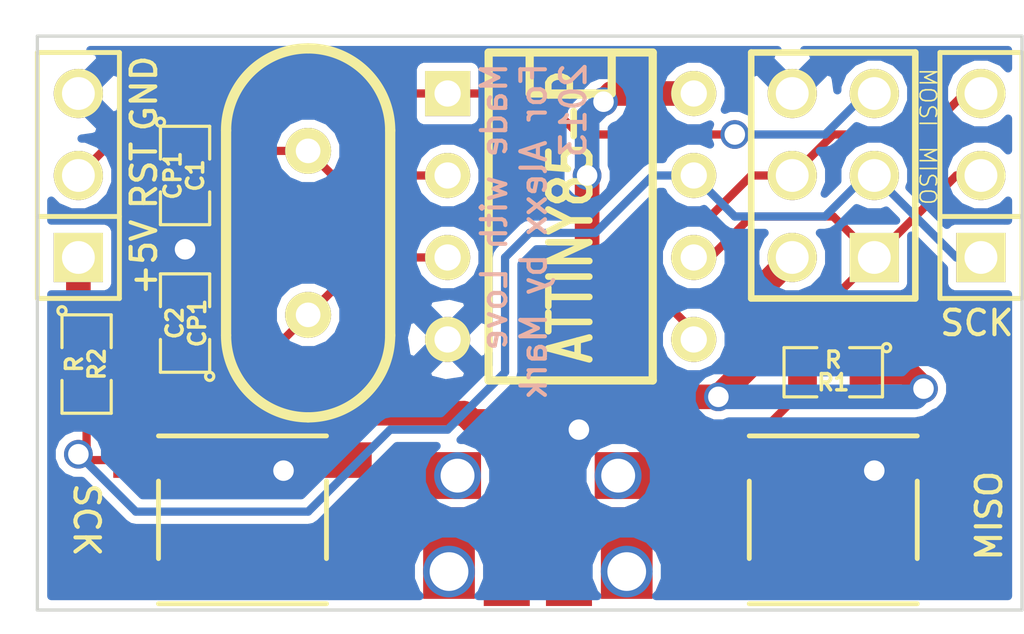
<source format=kicad_pcb>
(kicad_pcb (version 3) (host pcbnew "(2013-07-07 BZR 4022)-stable")

  (general
    (links 28)
    (no_connects 0)
    (area 207.8228 143.7894 240.456357 174.43704)
    (thickness 1.6)
    (drawings 13)
    (tracks 110)
    (zones 0)
    (modules 12)
    (nets 9)
  )

  (page A3)
  (layers
    (15 F.Cu signal)
    (0 B.Cu signal)
    (16 B.Adhes user)
    (17 F.Adhes user)
    (18 B.Paste user)
    (19 F.Paste user)
    (20 B.SilkS user)
    (21 F.SilkS user)
    (22 B.Mask user)
    (23 F.Mask user)
    (24 Dwgs.User user)
    (25 Cmts.User user)
    (26 Eco1.User user)
    (27 Eco2.User user)
    (28 Edge.Cuts user)
  )

  (setup
    (last_trace_width 0.254)
    (trace_clearance 0.254)
    (zone_clearance 0.254)
    (zone_45_only no)
    (trace_min 0.254)
    (segment_width 0.2)
    (edge_width 0.1)
    (via_size 0.889)
    (via_drill 0.635)
    (via_min_size 0.889)
    (via_min_drill 0.508)
    (uvia_size 0.508)
    (uvia_drill 0.127)
    (uvias_allowed no)
    (uvia_min_size 0.508)
    (uvia_min_drill 0.127)
    (pcb_text_width 0.127)
    (pcb_text_size 0.762 0.762)
    (mod_edge_width 0.15)
    (mod_text_size 1 1)
    (mod_text_width 0.15)
    (pad_size 1.5 1.5)
    (pad_drill 0.6)
    (pad_to_mask_clearance 0)
    (aux_axis_origin 0 0)
    (visible_elements 7FFFFFFF)
    (pcbplotparams
      (layerselection 284196865)
      (usegerberextensions true)
      (excludeedgelayer true)
      (linewidth 0.150000)
      (plotframeref false)
      (viasonmask false)
      (mode 1)
      (useauxorigin false)
      (hpglpennumber 1)
      (hpglpenspeed 20)
      (hpglpendiameter 15)
      (hpglpenoverlay 2)
      (psnegative false)
      (psa4output false)
      (plotreference true)
      (plotvalue true)
      (plotothertext true)
      (plotinvisibletext false)
      (padsonsilk false)
      (subtractmaskfromsilk false)
      (outputformat 1)
      (mirror false)
      (drillshape 0)
      (scaleselection 1)
      (outputdirectory C:/Users/Mark/Dropbox/Projects/PeaceLights/Hardware/ButtonBoard/Gerber/))
  )

  (net 0 "")
  (net 1 +5V)
  (net 2 /MISO)
  (net 3 /MOSI)
  (net 4 /RESET)
  (net 5 /SCK)
  (net 6 GND)
  (net 7 N-0000010)
  (net 8 N-0000011)

  (net_class Default "This is the default net class."
    (clearance 0.254)
    (trace_width 0.254)
    (via_dia 0.889)
    (via_drill 0.635)
    (uvia_dia 0.508)
    (uvia_drill 0.127)
    (add_net "")
    (add_net /MISO)
    (add_net /MOSI)
    (add_net /RESET)
    (add_net /SCK)
    (add_net N-0000010)
    (add_net N-0000011)
  )

  (net_class GND ""
    (clearance 0.254)
    (trace_width 0.381)
    (via_dia 0.889)
    (via_drill 0.635)
    (uvia_dia 0.508)
    (uvia_drill 0.127)
    (add_net GND)
  )

  (net_class POWER ""
    (clearance 0.254)
    (trace_width 0.762)
    (via_dia 0.889)
    (via_drill 0.635)
    (uvia_dia 0.508)
    (uvia_drill 0.127)
    (add_net +5V)
  )

  (module SM0805 (layer F.Cu) (tedit 5091495C) (tstamp 522EBB56)
    (at 214.122 149.86 270)
    (path /520C39AB)
    (attr smd)
    (fp_text reference C1 (at 0 -0.3175 270) (layer F.SilkS)
      (effects (font (size 0.50038 0.50038) (thickness 0.10922)))
    )
    (fp_text value CP1 (at 0 0.381 270) (layer F.SilkS)
      (effects (font (size 0.50038 0.50038) (thickness 0.10922)))
    )
    (fp_circle (center -1.651 0.762) (end -1.651 0.635) (layer F.SilkS) (width 0.09906))
    (fp_line (start -0.508 0.762) (end -1.524 0.762) (layer F.SilkS) (width 0.09906))
    (fp_line (start -1.524 0.762) (end -1.524 -0.762) (layer F.SilkS) (width 0.09906))
    (fp_line (start -1.524 -0.762) (end -0.508 -0.762) (layer F.SilkS) (width 0.09906))
    (fp_line (start 0.508 -0.762) (end 1.524 -0.762) (layer F.SilkS) (width 0.09906))
    (fp_line (start 1.524 -0.762) (end 1.524 0.762) (layer F.SilkS) (width 0.09906))
    (fp_line (start 1.524 0.762) (end 0.508 0.762) (layer F.SilkS) (width 0.09906))
    (pad 1 smd rect (at -0.9525 0 270) (size 0.889 1.397)
      (layers F.Cu F.Paste F.Mask)
      (net 8 N-0000011)
    )
    (pad 2 smd rect (at 0.9525 0 270) (size 0.889 1.397)
      (layers F.Cu F.Paste F.Mask)
      (net 6 GND)
    )
    (model smd/chip_cms.wrl
      (at (xyz 0 0 0))
      (scale (xyz 0.1 0.1 0.1))
      (rotate (xyz 0 0 0))
    )
  )

  (module SM0805 (layer F.Cu) (tedit 5091495C) (tstamp 522EBB63)
    (at 214.122 154.432 90)
    (path /520C39C9)
    (attr smd)
    (fp_text reference C2 (at 0 -0.3175 90) (layer F.SilkS)
      (effects (font (size 0.50038 0.50038) (thickness 0.10922)))
    )
    (fp_text value CP1 (at 0 0.381 90) (layer F.SilkS)
      (effects (font (size 0.50038 0.50038) (thickness 0.10922)))
    )
    (fp_circle (center -1.651 0.762) (end -1.651 0.635) (layer F.SilkS) (width 0.09906))
    (fp_line (start -0.508 0.762) (end -1.524 0.762) (layer F.SilkS) (width 0.09906))
    (fp_line (start -1.524 0.762) (end -1.524 -0.762) (layer F.SilkS) (width 0.09906))
    (fp_line (start -1.524 -0.762) (end -0.508 -0.762) (layer F.SilkS) (width 0.09906))
    (fp_line (start 0.508 -0.762) (end 1.524 -0.762) (layer F.SilkS) (width 0.09906))
    (fp_line (start 1.524 -0.762) (end 1.524 0.762) (layer F.SilkS) (width 0.09906))
    (fp_line (start 1.524 0.762) (end 0.508 0.762) (layer F.SilkS) (width 0.09906))
    (pad 1 smd rect (at -0.9525 0 90) (size 0.889 1.397)
      (layers F.Cu F.Paste F.Mask)
      (net 7 N-0000010)
    )
    (pad 2 smd rect (at 0.9525 0 90) (size 0.889 1.397)
      (layers F.Cu F.Paste F.Mask)
      (net 6 GND)
    )
    (model smd/chip_cms.wrl
      (at (xyz 0 0 0))
      (scale (xyz 0.1 0.1 0.1))
      (rotate (xyz 0 0 0))
    )
  )

  (module SM0805 (layer F.Cu) (tedit 5091495C) (tstamp 522EBB70)
    (at 234.188 155.956 180)
    (path /522EB8AC)
    (attr smd)
    (fp_text reference R1 (at 0 -0.3175 180) (layer F.SilkS)
      (effects (font (size 0.50038 0.50038) (thickness 0.10922)))
    )
    (fp_text value R (at 0 0.381 180) (layer F.SilkS)
      (effects (font (size 0.50038 0.50038) (thickness 0.10922)))
    )
    (fp_circle (center -1.651 0.762) (end -1.651 0.635) (layer F.SilkS) (width 0.09906))
    (fp_line (start -0.508 0.762) (end -1.524 0.762) (layer F.SilkS) (width 0.09906))
    (fp_line (start -1.524 0.762) (end -1.524 -0.762) (layer F.SilkS) (width 0.09906))
    (fp_line (start -1.524 -0.762) (end -0.508 -0.762) (layer F.SilkS) (width 0.09906))
    (fp_line (start 0.508 -0.762) (end 1.524 -0.762) (layer F.SilkS) (width 0.09906))
    (fp_line (start 1.524 -0.762) (end 1.524 0.762) (layer F.SilkS) (width 0.09906))
    (fp_line (start 1.524 0.762) (end 0.508 0.762) (layer F.SilkS) (width 0.09906))
    (pad 1 smd rect (at -0.9525 0 180) (size 0.889 1.397)
      (layers F.Cu F.Paste F.Mask)
      (net 1 +5V)
    )
    (pad 2 smd rect (at 0.9525 0 180) (size 0.889 1.397)
      (layers F.Cu F.Paste F.Mask)
      (net 2 /MISO)
    )
    (model smd/chip_cms.wrl
      (at (xyz 0 0 0))
      (scale (xyz 0.1 0.1 0.1))
      (rotate (xyz 0 0 0))
    )
  )

  (module SM0805 (layer F.Cu) (tedit 5091495C) (tstamp 522EBB7D)
    (at 211.074 155.702 270)
    (path /522EB8BB)
    (attr smd)
    (fp_text reference R2 (at 0 -0.3175 270) (layer F.SilkS)
      (effects (font (size 0.50038 0.50038) (thickness 0.10922)))
    )
    (fp_text value R (at 0 0.381 270) (layer F.SilkS)
      (effects (font (size 0.50038 0.50038) (thickness 0.10922)))
    )
    (fp_circle (center -1.651 0.762) (end -1.651 0.635) (layer F.SilkS) (width 0.09906))
    (fp_line (start -0.508 0.762) (end -1.524 0.762) (layer F.SilkS) (width 0.09906))
    (fp_line (start -1.524 0.762) (end -1.524 -0.762) (layer F.SilkS) (width 0.09906))
    (fp_line (start -1.524 -0.762) (end -0.508 -0.762) (layer F.SilkS) (width 0.09906))
    (fp_line (start 0.508 -0.762) (end 1.524 -0.762) (layer F.SilkS) (width 0.09906))
    (fp_line (start 1.524 -0.762) (end 1.524 0.762) (layer F.SilkS) (width 0.09906))
    (fp_line (start 1.524 0.762) (end 0.508 0.762) (layer F.SilkS) (width 0.09906))
    (pad 1 smd rect (at -0.9525 0 270) (size 0.889 1.397)
      (layers F.Cu F.Paste F.Mask)
      (net 1 +5V)
    )
    (pad 2 smd rect (at 0.9525 0 270) (size 0.889 1.397)
      (layers F.Cu F.Paste F.Mask)
      (net 5 /SCK)
    )
    (model smd/chip_cms.wrl
      (at (xyz 0 0 0))
      (scale (xyz 0.1 0.1 0.1))
      (rotate (xyz 0 0 0))
    )
  )

  (module pin_array_3x2 (layer F.Cu) (tedit 522EC82C) (tstamp 522EBB8B)
    (at 234.188 149.86 90)
    (descr "Double rangee de contacts 2 x 4 pins")
    (tags CONN)
    (path /520C3AD9)
    (fp_text reference "" (at 0 -3.81 90) (layer F.SilkS)
      (effects (font (size 1.016 1.016) (thickness 0.2032)))
    )
    (fp_text value CONN_3X2 (at 0 3.81 90) (layer F.SilkS) hide
      (effects (font (size 1.016 1.016) (thickness 0.2032)))
    )
    (fp_line (start 3.81 2.54) (end -3.81 2.54) (layer F.SilkS) (width 0.2032))
    (fp_line (start -3.81 -2.54) (end 3.81 -2.54) (layer F.SilkS) (width 0.2032))
    (fp_line (start 3.81 -2.54) (end 3.81 2.54) (layer F.SilkS) (width 0.2032))
    (fp_line (start -3.81 2.54) (end -3.81 -2.54) (layer F.SilkS) (width 0.2032))
    (pad 1 thru_hole rect (at -2.54 1.27 90) (size 1.524 1.524) (drill 1.016)
      (layers *.Cu *.Mask F.SilkS)
      (net 2 /MISO)
    )
    (pad 2 thru_hole circle (at -2.54 -1.27 90) (size 1.524 1.524) (drill 1.016)
      (layers *.Cu *.Mask F.SilkS)
      (net 1 +5V)
    )
    (pad 3 thru_hole circle (at 0 1.27 90) (size 1.524 1.524) (drill 1.016)
      (layers *.Cu *.Mask F.SilkS)
      (net 5 /SCK)
    )
    (pad 4 thru_hole circle (at 0 -1.27 90) (size 1.524 1.524) (drill 1.016)
      (layers *.Cu *.Mask F.SilkS)
      (net 3 /MOSI)
    )
    (pad 5 thru_hole circle (at 2.54 1.27 90) (size 1.524 1.524) (drill 1.016)
      (layers *.Cu *.Mask F.SilkS)
      (net 4 /RESET)
    )
    (pad 6 thru_hole circle (at 2.54 -1.27 90) (size 1.524 1.524) (drill 1.016)
      (layers *.Cu *.Mask F.SilkS)
      (net 6 GND)
    )
    (model pin_array/pins_array_3x2.wrl
      (at (xyz 0 0 0))
      (scale (xyz 1 1 1))
      (rotate (xyz 0 0 0))
    )
  )

  (module PIN_ARRAY_3X1 (layer F.Cu) (tedit 522EC7CF) (tstamp 522EBB97)
    (at 210.82 149.86 90)
    (descr "Connecteur 3 pins")
    (tags "CONN DEV")
    (path /520C704E)
    (fp_text reference "" (at 0.254 -2.159 90) (layer F.SilkS)
      (effects (font (size 1.016 1.016) (thickness 0.1524)))
    )
    (fp_text value "" (at 0 -2.159 90) (layer F.SilkS) hide
      (effects (font (size 1.016 1.016) (thickness 0.1524)))
    )
    (fp_line (start -3.81 1.27) (end -3.81 -1.27) (layer F.SilkS) (width 0.1524))
    (fp_line (start -3.81 -1.27) (end 3.81 -1.27) (layer F.SilkS) (width 0.1524))
    (fp_line (start 3.81 -1.27) (end 3.81 1.27) (layer F.SilkS) (width 0.1524))
    (fp_line (start 3.81 1.27) (end -3.81 1.27) (layer F.SilkS) (width 0.1524))
    (fp_line (start -1.27 -1.27) (end -1.27 1.27) (layer F.SilkS) (width 0.1524))
    (pad 1 thru_hole rect (at -2.54 0 90) (size 1.524 1.524) (drill 1.016)
      (layers *.Cu *.Mask F.SilkS)
      (net 1 +5V)
    )
    (pad 2 thru_hole circle (at 0 0 90) (size 1.524 1.524) (drill 1.016)
      (layers *.Cu *.Mask F.SilkS)
      (net 4 /RESET)
    )
    (pad 3 thru_hole circle (at 2.54 0 90) (size 1.524 1.524) (drill 1.016)
      (layers *.Cu *.Mask F.SilkS)
      (net 6 GND)
    )
    (model pin_array/pins_array_3x1.wrl
      (at (xyz 0 0 0))
      (scale (xyz 1 1 1))
      (rotate (xyz 0 0 0))
    )
  )

  (module PIN_ARRAY_3X1 (layer F.Cu) (tedit 522EC832) (tstamp 522EBBA3)
    (at 238.76 149.86 90)
    (descr "Connecteur 3 pins")
    (tags "CONN DEV")
    (path /520C70B2)
    (fp_text reference "" (at 0.254 -2.159 90) (layer F.SilkS)
      (effects (font (size 1.016 1.016) (thickness 0.1524)))
    )
    (fp_text value CONN_3 (at 0 -2.159 90) (layer F.SilkS) hide
      (effects (font (size 1.016 1.016) (thickness 0.1524)))
    )
    (fp_line (start -3.81 1.27) (end -3.81 -1.27) (layer F.SilkS) (width 0.1524))
    (fp_line (start -3.81 -1.27) (end 3.81 -1.27) (layer F.SilkS) (width 0.1524))
    (fp_line (start 3.81 -1.27) (end 3.81 1.27) (layer F.SilkS) (width 0.1524))
    (fp_line (start 3.81 1.27) (end -3.81 1.27) (layer F.SilkS) (width 0.1524))
    (fp_line (start -1.27 -1.27) (end -1.27 1.27) (layer F.SilkS) (width 0.1524))
    (pad 1 thru_hole rect (at -2.54 0 90) (size 1.524 1.524) (drill 1.016)
      (layers *.Cu *.Mask F.SilkS)
      (net 5 /SCK)
    )
    (pad 2 thru_hole circle (at 0 0 90) (size 1.524 1.524) (drill 1.016)
      (layers *.Cu *.Mask F.SilkS)
      (net 2 /MISO)
    )
    (pad 3 thru_hole circle (at 2.54 0 90) (size 1.524 1.524) (drill 1.016)
      (layers *.Cu *.Mask F.SilkS)
      (net 3 /MOSI)
    )
    (model pin_array/pins_array_3x1.wrl
      (at (xyz 0 0 0))
      (scale (xyz 1 1 1))
      (rotate (xyz 0 0 0))
    )
  )

  (module HC-49V (layer F.Cu) (tedit 522EC7BE) (tstamp 522EBBAF)
    (at 217.932 151.638 90)
    (descr "Quartz boitier HC-49 Vertical")
    (tags "QUARTZ DEV")
    (path /520C388B)
    (autoplace_cost180 10)
    (fp_text reference "" (at 0 -3.81 90) (layer F.SilkS)
      (effects (font (size 1.524 1.524) (thickness 0.3048)))
    )
    (fp_text value "" (at 0 3.81 90) (layer F.SilkS)
      (effects (font (size 1.524 1.524) (thickness 0.3048)))
    )
    (fp_line (start -3.175 2.54) (end 3.175 2.54) (layer F.SilkS) (width 0.3175))
    (fp_line (start -3.175 -2.54) (end 3.175 -2.54) (layer F.SilkS) (width 0.3175))
    (fp_arc (start 3.175 0) (end 3.175 -2.54) (angle 90) (layer F.SilkS) (width 0.3175))
    (fp_arc (start 3.175 0) (end 5.715 0) (angle 90) (layer F.SilkS) (width 0.3175))
    (fp_arc (start -3.175 0) (end -5.715 0) (angle 90) (layer F.SilkS) (width 0.3175))
    (fp_arc (start -3.175 0) (end -3.175 2.54) (angle 90) (layer F.SilkS) (width 0.3175))
    (pad 1 thru_hole circle (at -2.54 0 90) (size 1.4224 1.4224) (drill 0.762)
      (layers *.Cu *.Mask F.SilkS)
      (net 7 N-0000010)
    )
    (pad 2 thru_hole circle (at 2.54 0 90) (size 1.4224 1.4224) (drill 0.762)
      (layers *.Cu *.Mask F.SilkS)
      (net 8 N-0000011)
    )
    (model discret/xtal/crystal_hc18u_vertical.wrl
      (at (xyz 0 0 0))
      (scale (xyz 1 1 0.2))
      (rotate (xyz 0 0 0))
    )
  )

  (module GSG-USB-MICROB-FCI-10103594 (layer F.Cu) (tedit 522EC827) (tstamp 522EBBC4)
    (at 225.044 163.83 90)
    (path /520B2785)
    (fp_text reference "" (at 2.49936 0 90) (layer F.SilkS)
      (effects (font (size 1.524 1.524) (thickness 0.3048)))
    )
    (fp_text value GSG-USB-MICRO-B (at 2.49936 0 90) (layer F.SilkS) hide
      (effects (font (size 1.524 1.524) (thickness 0.3048)))
    )
    (pad 1 smd rect (at 4.52374 -1.30048 90) (size 1.75006 0.39878)
      (layers F.Cu F.Paste F.Mask)
      (net 1 +5V)
      (die_length -2147.483648)
      (solder_mask_margin 0.1016)
      (clearance 0.2032)
    )
    (pad 2 smd rect (at 4.52374 -0.65024 90) (size 1.75006 0.39878)
      (layers F.Cu F.Paste F.Mask)
      (die_length 0.28702)
      (solder_mask_margin 0.1016)
      (clearance 0.2032)
    )
    (pad 3 smd rect (at 4.52374 0 90) (size 1.75006 0.39878)
      (layers F.Cu F.Paste F.Mask)
      (die_length -2147.483648)
      (solder_mask_margin 0.1016)
      (clearance 0.2032)
    )
    (pad 4 smd rect (at 4.52374 0.65024 90) (size 1.75006 0.39878)
      (layers F.Cu F.Paste F.Mask)
      (die_length 0.08128)
      (solder_mask_margin 0.1016)
      (clearance 0.2032)
    )
    (pad 5 smd rect (at 4.52374 1.30048 90) (size 1.75006 0.39878)
      (layers F.Cu F.Paste F.Mask)
      (net 6 GND)
      (die_length 0.04064)
      (solder_mask_margin 0.1016)
      (clearance 0.2032)
    )
    (pad "" smd rect (at 1.66624 -0.96266 90) (size 2.06756 1.42494)
      (layers F.Cu F.Paste F.Mask)
      (die_length -2147.483648)
    )
    (pad "" smd rect (at 1.66624 0.96266 90) (size 2.06756 1.42494)
      (layers F.Cu F.Paste F.Mask)
      (die_length 0.7747)
    )
    (pad "" smd rect (at 4.6736 -2.82956 90) (size 1.45034 2.14122)
      (layers F.Cu F.Paste F.Mask)
      (die_length -2147.483648)
    )
    (pad "" smd rect (at 4.6736 2.82956 90) (size 1.45034 2.14122)
      (layers F.Cu F.Paste F.Mask)
      (die_length -2147.483648)
    )
    (pad "" smd rect (at 3.37058 -2.98704 90) (size 0.635 1.82626)
      (layers F.Cu F.Paste F.Mask)
      (die_length 3.40614)
    )
    (pad "" smd rect (at 3.37058 2.98704 90) (size 0.635 1.82626)
      (layers F.Cu F.Paste F.Mask)
      (die_length -2147.483648)
    )
    (pad "" smd rect (at 2.27076 -2.75082 90) (size 2.83464 1.6002)
      (layers F.Cu F.Paste F.Mask)
      (die_length -2147.483648)
    )
    (pad "" smd rect (at 2.27076 2.75082 90) (size 2.83464 1.6002)
      (layers F.Cu F.Paste F.Mask)
      (die_length -2147.483648)
    )
    (pad "" thru_hole circle (at 1.69926 -2.75082 90) (size 1.6002 1.6002) (drill 1.19888)
      (layers *.Cu *.Mask F.Paste)
      (die_length -2147.483648)
    )
    (pad "" thru_hole circle (at 1.69926 2.75082 90) (size 1.6002 1.6002) (drill 1.19888)
      (layers *.Cu *.Mask F.Paste)
      (die_length -2147.483648)
    )
    (pad "" thru_hole circle (at 4.67106 -2.48666 90) (size 1.45034 1.45034) (drill 1.04902)
      (layers *.Cu *.Mask F.Paste)
      (die_length -2147.483648)
    )
    (pad "" thru_hole circle (at 4.67106 2.48666 90) (size 1.45034 1.45034) (drill 1.04902)
      (layers *.Cu *.Mask F.Paste)
      (die_length 0.28702)
    )
  )

  (module DIP-8__300 (layer F.Cu) (tedit 522EC7C5) (tstamp 522EBBD7)
    (at 226.06 151.13 270)
    (descr "8 pins DIL package, round pads")
    (tags DIL)
    (path /520B10CA)
    (fp_text reference "" (at -6.35 0 360) (layer F.SilkS)
      (effects (font (size 1.27 1.143) (thickness 0.2032)))
    )
    (fp_text value ATTINY85-P (at 0 0 270) (layer F.SilkS)
      (effects (font (size 1.27 1.016) (thickness 0.2032)))
    )
    (fp_line (start -5.08 -1.27) (end -3.81 -1.27) (layer F.SilkS) (width 0.254))
    (fp_line (start -3.81 -1.27) (end -3.81 1.27) (layer F.SilkS) (width 0.254))
    (fp_line (start -3.81 1.27) (end -5.08 1.27) (layer F.SilkS) (width 0.254))
    (fp_line (start -5.08 -2.54) (end 5.08 -2.54) (layer F.SilkS) (width 0.254))
    (fp_line (start 5.08 -2.54) (end 5.08 2.54) (layer F.SilkS) (width 0.254))
    (fp_line (start 5.08 2.54) (end -5.08 2.54) (layer F.SilkS) (width 0.254))
    (fp_line (start -5.08 2.54) (end -5.08 -2.54) (layer F.SilkS) (width 0.254))
    (pad 1 thru_hole rect (at -3.81 3.81 270) (size 1.397 1.397) (drill 0.8128)
      (layers *.Cu *.Mask F.SilkS)
      (net 4 /RESET)
    )
    (pad 2 thru_hole circle (at -1.27 3.81 270) (size 1.397 1.397) (drill 0.8128)
      (layers *.Cu *.Mask F.SilkS)
      (net 8 N-0000011)
    )
    (pad 3 thru_hole circle (at 1.27 3.81 270) (size 1.397 1.397) (drill 0.8128)
      (layers *.Cu *.Mask F.SilkS)
      (net 7 N-0000010)
    )
    (pad 4 thru_hole circle (at 3.81 3.81 270) (size 1.397 1.397) (drill 0.8128)
      (layers *.Cu *.Mask F.SilkS)
      (net 6 GND)
    )
    (pad 5 thru_hole circle (at 3.81 -3.81 270) (size 1.397 1.397) (drill 0.8128)
      (layers *.Cu *.Mask F.SilkS)
      (net 3 /MOSI)
    )
    (pad 6 thru_hole circle (at 1.27 -3.81 270) (size 1.397 1.397) (drill 0.8128)
      (layers *.Cu *.Mask F.SilkS)
      (net 2 /MISO)
    )
    (pad 7 thru_hole circle (at -1.27 -3.81 270) (size 1.397 1.397) (drill 0.8128)
      (layers *.Cu *.Mask F.SilkS)
      (net 5 /SCK)
    )
    (pad 8 thru_hole circle (at -3.81 -3.81 270) (size 1.397 1.397) (drill 0.8128)
      (layers *.Cu *.Mask F.SilkS)
      (net 1 +5V)
    )
    (model dil/dil_8.wrl
      (at (xyz 0 0 0))
      (scale (xyz 1 1 1))
      (rotate (xyz 0 0 0))
    )
  )

  (module SWITCH-ALPS (layer F.Cu) (tedit 5105E599) (tstamp 522EBB3C)
    (at 234.188 160.528)
    (descr "ALPS SKQGADE010")
    (path /522EB701)
    (fp_text reference SW1 (at 0 -3.5) (layer F.SilkS) hide
      (effects (font (size 1 1) (thickness 0.15)))
    )
    (fp_text value SW_PUSH (at 0 4) (layer F.SilkS) hide
      (effects (font (size 1 1) (thickness 0.15)))
    )
    (fp_line (start -2.6 2.6) (end 2.6 2.6) (layer F.SilkS) (width 0.15))
    (fp_line (start -2.6 -1.2) (end -2.6 1.2) (layer F.SilkS) (width 0.15))
    (fp_line (start 2.6 -2.6) (end -2.6 -2.6) (layer F.SilkS) (width 0.15))
    (fp_line (start 2.6 1.2) (end 2.6 -1.2) (layer F.SilkS) (width 0.15))
    (pad 1 smd rect (at -3.1 -1.85) (size 1.8 1.1)
      (layers F.Cu F.Paste F.Mask)
      (net 2 /MISO)
    )
    (pad 2 smd rect (at 3.1 -1.85) (size 1.8 1.1)
      (layers F.Cu F.Paste F.Mask)
      (net 6 GND)
    )
    (pad 3 smd rect (at 3.1 1.85) (size 1.8 1.1)
      (layers F.Cu F.Paste F.Mask)
    )
    (pad 4 smd rect (at -3.1 1.85) (size 1.8 1.1)
      (layers F.Cu F.Paste F.Mask)
    )
  )

  (module SWITCH-ALPS (layer F.Cu) (tedit 5105E599) (tstamp 522EBB49)
    (at 215.9 160.528)
    (descr "ALPS SKQGADE010")
    (path /522EB710)
    (fp_text reference SW2 (at 0 -3.5) (layer F.SilkS) hide
      (effects (font (size 1 1) (thickness 0.15)))
    )
    (fp_text value SW_PUSH (at 0 4) (layer F.SilkS) hide
      (effects (font (size 1 1) (thickness 0.15)))
    )
    (fp_line (start -2.6 2.6) (end 2.6 2.6) (layer F.SilkS) (width 0.15))
    (fp_line (start -2.6 -1.2) (end -2.6 1.2) (layer F.SilkS) (width 0.15))
    (fp_line (start 2.6 -2.6) (end -2.6 -2.6) (layer F.SilkS) (width 0.15))
    (fp_line (start 2.6 1.2) (end 2.6 -1.2) (layer F.SilkS) (width 0.15))
    (pad 1 smd rect (at -3.1 -1.85) (size 1.8 1.1)
      (layers F.Cu F.Paste F.Mask)
      (net 5 /SCK)
    )
    (pad 2 smd rect (at 3.1 -1.85) (size 1.8 1.1)
      (layers F.Cu F.Paste F.Mask)
      (net 6 GND)
    )
    (pad 3 smd rect (at 3.1 1.85) (size 1.8 1.1)
      (layers F.Cu F.Paste F.Mask)
    )
    (pad 4 smd rect (at -3.1 1.85) (size 1.8 1.1)
      (layers F.Cu F.Paste F.Mask)
    )
  )

  (gr_text MISO (at 239.014 160.401 90) (layer F.SilkS)
    (effects (font (size 0.762 0.762) (thickness 0.127)))
  )
  (gr_text SCK (at 211.074 160.528 270) (layer F.SilkS)
    (effects (font (size 0.762 0.762) (thickness 0.127)))
  )
  (gr_text "Made with Love\nFor Alexx by Mark\n2013" (at 224.917 146.304 90) (layer B.SilkS)
    (effects (font (size 0.762 0.762) (thickness 0.127)) (justify left mirror))
  )
  (gr_text SCK (at 238.633 154.432) (layer F.SilkS)
    (effects (font (size 0.762 0.762) (thickness 0.127)))
  )
  (gr_text MISO (at 237.109 149.86 270) (layer F.SilkS)
    (effects (font (size 0.508 0.508) (thickness 0.0508)))
  )
  (gr_text MOSI (at 237.109 147.447 270) (layer F.SilkS)
    (effects (font (size 0.508 0.508) (thickness 0.0508)))
  )
  (gr_text +5V (at 212.852 152.4 90) (layer F.SilkS)
    (effects (font (size 0.762 0.762) (thickness 0.127)))
  )
  (gr_text RST (at 212.852 149.86 90) (layer F.SilkS)
    (effects (font (size 0.762 0.762) (thickness 0.127)))
  )
  (gr_text GND (at 212.852 147.32 90) (layer F.SilkS)
    (effects (font (size 0.762 0.762) (thickness 0.127)))
  )
  (gr_line (start 240.03 163.322) (end 240.03 145.542) (angle 90) (layer Edge.Cuts) (width 0.1))
  (gr_line (start 209.55 163.322) (end 209.55 145.542) (angle 90) (layer Edge.Cuts) (width 0.1))
  (gr_line (start 240.03 163.322) (end 209.55 163.322) (angle 90) (layer Edge.Cuts) (width 0.1))
  (gr_line (start 209.55 145.542) (end 240.03 145.542) (angle 90) (layer Edge.Cuts) (width 0.1))

  (segment (start 213.614 157.226) (end 213.106 157.226) (width 0.762) (layer F.Cu) (net 1))
  (segment (start 222.758 157.226) (end 213.614 157.226) (width 0.762) (layer F.Cu) (net 1) (tstamp 522EC35A))
  (segment (start 212.1535 154.7495) (end 211.074 154.7495) (width 0.762) (layer F.Cu) (net 1) (tstamp 522EC3BB))
  (segment (start 212.598 155.194) (end 212.1535 154.7495) (width 0.762) (layer F.Cu) (net 1) (tstamp 522EC3B9))
  (segment (start 212.598 156.718) (end 212.598 155.194) (width 0.762) (layer F.Cu) (net 1) (tstamp 522EC3B7))
  (segment (start 213.106 157.226) (end 212.598 156.718) (width 0.762) (layer F.Cu) (net 1) (tstamp 522EC3B5))
  (segment (start 224.282 157.48) (end 223.012 157.48) (width 0.762) (layer F.Cu) (net 1))
  (segment (start 223.012 157.48) (end 222.758 157.226) (width 0.762) (layer F.Cu) (net 1) (tstamp 522EC3A6))
  (segment (start 211.074 154.7495) (end 211.1375 154.7495) (width 0.762) (layer F.Cu) (net 1))
  (segment (start 222.758 157.226) (end 223.74352 158.21152) (width 0.381) (layer F.Cu) (net 1) (tstamp 522EC361))
  (segment (start 223.74352 159.30626) (end 223.74352 158.21152) (width 0.381) (layer F.Cu) (net 1))
  (segment (start 223.74352 158.21152) (end 223.74352 158.01848) (width 0.381) (layer F.Cu) (net 1) (tstamp 522EC366))
  (segment (start 224.536 157.48) (end 227.203 154.813) (width 0.762) (layer F.Cu) (net 1) (tstamp 522EC2F5))
  (segment (start 224.282 157.48) (end 224.536 157.48) (width 0.762) (layer F.Cu) (net 1) (tstamp 522EC2F2))
  (segment (start 223.74352 158.01848) (end 224.282 157.48) (width 0.381) (layer F.Cu) (net 1) (tstamp 522EC2E1))
  (segment (start 235.1405 155.956) (end 236.474 155.956) (width 0.762) (layer F.Cu) (net 1))
  (via (at 230.632 156.718) (size 0.889) (layers F.Cu B.Cu) (net 1))
  (segment (start 236.728 156.718) (end 230.632 156.718) (width 0.762) (layer B.Cu) (net 1) (tstamp 522EC22A))
  (segment (start 236.982 156.464) (end 236.728 156.718) (width 0.762) (layer B.Cu) (net 1) (tstamp 522EC229))
  (via (at 236.982 156.464) (size 0.889) (layers F.Cu B.Cu) (net 1))
  (segment (start 236.474 155.956) (end 236.982 156.464) (width 0.762) (layer F.Cu) (net 1) (tstamp 522EC225))
  (segment (start 229.87 147.32) (end 227.33 147.32) (width 0.762) (layer F.Cu) (net 1))
  (segment (start 231.648 153.67) (end 232.918 152.4) (width 0.762) (layer F.Cu) (net 1) (tstamp 522EC21E))
  (segment (start 231.648 155.702) (end 231.648 153.67) (width 0.762) (layer F.Cu) (net 1) (tstamp 522EC21A))
  (segment (start 230.632 156.718) (end 231.648 155.702) (width 0.762) (layer F.Cu) (net 1) (tstamp 522EC218))
  (segment (start 229.108 156.718) (end 230.632 156.718) (width 0.762) (layer F.Cu) (net 1) (tstamp 522EC213))
  (segment (start 226.568 154.178) (end 227.203 154.813) (width 0.762) (layer F.Cu) (net 1) (tstamp 522EC20D))
  (segment (start 227.203 154.813) (end 229.108 156.718) (width 0.762) (layer F.Cu) (net 1) (tstamp 522EC304))
  (segment (start 226.568 153.924) (end 226.568 154.178) (width 0.762) (layer F.Cu) (net 1) (tstamp 522EC209))
  (segment (start 226.568 149.86) (end 226.568 153.924) (width 0.762) (layer F.Cu) (net 1) (tstamp 522EC208))
  (via (at 226.568 149.86) (size 0.889) (layers F.Cu B.Cu) (net 1))
  (segment (start 226.568 148.082) (end 226.568 149.86) (width 0.762) (layer B.Cu) (net 1) (tstamp 522EC206))
  (segment (start 227.076 147.574) (end 226.568 148.082) (width 0.762) (layer B.Cu) (net 1) (tstamp 522EC205))
  (via (at 227.076 147.574) (size 0.889) (layers F.Cu B.Cu) (net 1))
  (segment (start 227.33 147.32) (end 227.076 147.574) (width 0.762) (layer F.Cu) (net 1) (tstamp 522EC202))
  (segment (start 210.82 152.4) (end 210.82 154.4955) (width 0.762) (layer F.Cu) (net 1))
  (segment (start 210.82 154.4955) (end 211.074 154.7495) (width 0.762) (layer F.Cu) (net 1) (tstamp 522EBEDC))
  (segment (start 235.458 152.4) (end 234.188 151.13) (width 0.254) (layer F.Cu) (net 2))
  (segment (start 230.378 152.4) (end 229.87 152.4) (width 0.254) (layer F.Cu) (net 2) (tstamp 522EC27A))
  (segment (start 231.648 151.13) (end 230.378 152.4) (width 0.254) (layer F.Cu) (net 2) (tstamp 522EC275))
  (segment (start 234.188 151.13) (end 231.648 151.13) (width 0.254) (layer F.Cu) (net 2) (tstamp 522EC270))
  (segment (start 233.2355 155.956) (end 233.2355 156.5305) (width 0.254) (layer F.Cu) (net 2))
  (segment (start 233.2355 156.5305) (end 231.088 158.678) (width 0.254) (layer F.Cu) (net 2) (tstamp 522EC1FE))
  (segment (start 233.2355 155.956) (end 233.2355 154.6225) (width 0.254) (layer F.Cu) (net 2))
  (segment (start 233.2355 154.6225) (end 235.458 152.4) (width 0.254) (layer F.Cu) (net 2) (tstamp 522EC1EA))
  (segment (start 238.76 149.86) (end 237.998 149.86) (width 0.254) (layer F.Cu) (net 2))
  (segment (start 237.998 149.86) (end 235.458 152.4) (width 0.254) (layer F.Cu) (net 2) (tstamp 522EC0C7))
  (segment (start 229.87 154.94) (end 229.87 154.686) (width 0.254) (layer F.Cu) (net 3))
  (segment (start 231.648 149.86) (end 232.918 149.86) (width 0.254) (layer F.Cu) (net 3) (tstamp 522EC268))
  (segment (start 230.378 151.13) (end 231.648 149.86) (width 0.254) (layer F.Cu) (net 3) (tstamp 522EC264))
  (segment (start 229.108 151.13) (end 230.378 151.13) (width 0.254) (layer F.Cu) (net 3) (tstamp 522EC261))
  (segment (start 228.346 151.892) (end 229.108 151.13) (width 0.254) (layer F.Cu) (net 3) (tstamp 522EC260))
  (segment (start 228.346 153.162) (end 228.346 151.892) (width 0.254) (layer F.Cu) (net 3) (tstamp 522EC25D))
  (segment (start 229.87 154.686) (end 228.346 153.162) (width 0.254) (layer F.Cu) (net 3) (tstamp 522EC259))
  (segment (start 238.76 147.32) (end 238.252 147.32) (width 0.254) (layer F.Cu) (net 3))
  (segment (start 234.188 148.59) (end 232.918 149.86) (width 0.254) (layer F.Cu) (net 3) (tstamp 522EC0CE))
  (segment (start 236.982 148.59) (end 234.188 148.59) (width 0.254) (layer F.Cu) (net 3) (tstamp 522EC0CB))
  (segment (start 238.252 147.32) (end 236.982 148.59) (width 0.254) (layer F.Cu) (net 3) (tstamp 522EC0CA))
  (segment (start 235.458 147.32) (end 235.204 147.32) (width 0.254) (layer B.Cu) (net 4))
  (segment (start 225.044 147.32) (end 222.25 147.32) (width 0.254) (layer F.Cu) (net 4) (tstamp 522EC0EC))
  (segment (start 226.314 148.59) (end 225.044 147.32) (width 0.254) (layer F.Cu) (net 4) (tstamp 522EC0EB))
  (segment (start 231.14 148.59) (end 226.314 148.59) (width 0.254) (layer F.Cu) (net 4) (tstamp 522EC0EA))
  (via (at 231.14 148.59) (size 0.889) (layers F.Cu B.Cu) (net 4))
  (segment (start 233.934 148.59) (end 231.14 148.59) (width 0.254) (layer B.Cu) (net 4) (tstamp 522EC0DF))
  (segment (start 235.204 147.32) (end 233.934 148.59) (width 0.254) (layer B.Cu) (net 4) (tstamp 522EC0DC))
  (segment (start 222.25 147.32) (end 213.36 147.32) (width 0.254) (layer F.Cu) (net 4))
  (segment (start 213.36 147.32) (end 210.82 149.86) (width 0.254) (layer F.Cu) (net 4) (tstamp 522EBED7))
  (segment (start 212.8 158.678) (end 211.002 158.678) (width 0.254) (layer F.Cu) (net 5))
  (segment (start 211.002 158.678) (end 210.82 158.496) (width 0.254) (layer F.Cu) (net 5) (tstamp 522EC353))
  (segment (start 229.87 149.86) (end 228.6 149.86) (width 0.254) (layer B.Cu) (net 5))
  (segment (start 228.6 149.86) (end 226.822 151.638) (width 0.254) (layer B.Cu) (net 5) (tstamp 522EC320))
  (segment (start 226.822 151.638) (end 224.79 151.638) (width 0.254) (layer B.Cu) (net 5) (tstamp 522EC323))
  (segment (start 224.79 151.638) (end 224.028 152.4) (width 0.254) (layer B.Cu) (net 5) (tstamp 522EC325))
  (segment (start 224.028 152.4) (end 224.028 155.956) (width 0.254) (layer B.Cu) (net 5) (tstamp 522EC327))
  (segment (start 224.028 155.956) (end 222.25 157.734) (width 0.254) (layer B.Cu) (net 5) (tstamp 522EC329))
  (segment (start 222.25 157.734) (end 220.472 157.734) (width 0.254) (layer B.Cu) (net 5) (tstamp 522EC334))
  (segment (start 220.472 157.734) (end 217.932 160.274) (width 0.254) (layer B.Cu) (net 5) (tstamp 522EC343))
  (segment (start 217.932 160.274) (end 212.598 160.274) (width 0.254) (layer B.Cu) (net 5) (tstamp 522EC345))
  (segment (start 212.598 160.274) (end 210.82 158.496) (width 0.254) (layer B.Cu) (net 5) (tstamp 522EC34B))
  (via (at 210.82 158.496) (size 0.889) (layers F.Cu B.Cu) (net 5))
  (segment (start 211.074 158.242) (end 211.074 156.6545) (width 0.254) (layer F.Cu) (net 5) (tstamp 522EC350))
  (segment (start 210.82 158.496) (end 211.074 158.242) (width 0.254) (layer F.Cu) (net 5) (tstamp 522EC34F))
  (segment (start 235.458 149.86) (end 235.204 149.86) (width 0.254) (layer B.Cu) (net 5))
  (segment (start 231.14 151.13) (end 229.87 149.86) (width 0.254) (layer B.Cu) (net 5) (tstamp 522EC283))
  (segment (start 233.934 151.13) (end 231.14 151.13) (width 0.254) (layer B.Cu) (net 5) (tstamp 522EC280))
  (segment (start 235.204 149.86) (end 233.934 151.13) (width 0.254) (layer B.Cu) (net 5) (tstamp 522EC27E))
  (segment (start 238.76 152.4) (end 237.998 152.4) (width 0.254) (layer B.Cu) (net 5))
  (segment (start 237.998 152.4) (end 235.458 149.86) (width 0.254) (layer B.Cu) (net 5) (tstamp 522EC0C3))
  (segment (start 212.8 158.678) (end 212.8 158.3805) (width 0.254) (layer F.Cu) (net 5))
  (segment (start 212.8 158.3805) (end 211.074 156.6545) (width 0.254) (layer F.Cu) (net 5) (tstamp 522EBEDF))
  (segment (start 226.34448 159.30626) (end 226.34448 157.76448) (width 0.381) (layer F.Cu) (net 6))
  (via (at 226.314 157.734) (size 0.889) (layers F.Cu B.Cu) (net 6))
  (segment (start 226.34448 157.76448) (end 226.314 157.734) (width 0.381) (layer F.Cu) (net 6) (tstamp 522EC045))
  (segment (start 219 158.678) (end 217.496 158.678) (width 0.762) (layer F.Cu) (net 6))
  (via (at 217.17 159.004) (size 0.889) (layers F.Cu B.Cu) (net 6))
  (segment (start 217.496 158.678) (end 217.17 159.004) (width 0.762) (layer F.Cu) (net 6) (tstamp 522EBEFC))
  (segment (start 237.288 158.678) (end 235.784 158.678) (width 0.762) (layer F.Cu) (net 6))
  (via (at 235.458 159.004) (size 0.889) (layers F.Cu B.Cu) (net 6))
  (segment (start 235.784 158.678) (end 235.458 159.004) (width 0.762) (layer F.Cu) (net 6) (tstamp 522EBEEA))
  (segment (start 214.122 150.8125) (end 214.122 152.146) (width 0.762) (layer F.Cu) (net 6))
  (segment (start 214.122 152.146) (end 214.122 153.4795) (width 0.762) (layer F.Cu) (net 6))
  (via (at 214.122 152.146) (size 0.889) (layers F.Cu B.Cu) (net 6))
  (segment (start 214.122 155.3845) (end 216.7255 155.3845) (width 0.254) (layer F.Cu) (net 7))
  (segment (start 216.7255 155.3845) (end 217.932 154.178) (width 0.254) (layer F.Cu) (net 7) (tstamp 522EBECA))
  (segment (start 222.25 152.4) (end 219.71 152.4) (width 0.254) (layer F.Cu) (net 7))
  (segment (start 219.71 152.4) (end 217.932 154.178) (width 0.254) (layer F.Cu) (net 7) (tstamp 522EBEC5))
  (segment (start 217.932 149.098) (end 214.3125 149.098) (width 0.254) (layer F.Cu) (net 8))
  (segment (start 214.3125 149.098) (end 214.122 148.9075) (width 0.254) (layer F.Cu) (net 8) (tstamp 522EBEC2))
  (segment (start 222.25 149.86) (end 218.694 149.86) (width 0.254) (layer F.Cu) (net 8))
  (segment (start 218.694 149.86) (end 217.932 149.098) (width 0.254) (layer F.Cu) (net 8) (tstamp 522EBEBF))

  (zone (net 6) (net_name GND) (layer B.Cu) (tstamp 522EBE63) (hatch edge 0.508)
    (connect_pads (clearance 0.254))
    (min_thickness 0.254)
    (fill (arc_segments 16) (thermal_gap 0.508) (thermal_bridge_width 0.762))
    (polygon
      (pts
        (xy 209.677 145.669) (xy 239.903 145.669) (xy 239.903 163.195) (xy 209.677 163.195)
      )
    )
    (filled_polygon
      (pts
        (xy 239.599 162.891) (xy 237.807643 162.891) (xy 237.807643 156.300518) (xy 237.682233 155.997002) (xy 237.450219 155.764583)
        (xy 237.146923 155.638643) (xy 236.818518 155.638357) (xy 236.515002 155.763767) (xy 236.322433 155.956) (xy 230.949686 155.956)
        (xy 230.949686 154.726216) (xy 230.949686 152.186216) (xy 230.785689 151.789312) (xy 230.482286 151.485379) (xy 230.085668 151.320688)
        (xy 229.656216 151.320314) (xy 229.259312 151.484311) (xy 228.955379 151.787714) (xy 228.790688 152.184332) (xy 228.790314 152.613784)
        (xy 228.954311 153.010688) (xy 229.257714 153.314621) (xy 229.654332 153.479312) (xy 230.083784 153.479686) (xy 230.480688 153.315689)
        (xy 230.784621 153.012286) (xy 230.949312 152.615668) (xy 230.949686 152.186216) (xy 230.949686 154.726216) (xy 230.785689 154.329312)
        (xy 230.482286 154.025379) (xy 230.085668 153.860688) (xy 229.656216 153.860314) (xy 229.259312 154.024311) (xy 228.955379 154.327714)
        (xy 228.790688 154.724332) (xy 228.790314 155.153784) (xy 228.954311 155.550688) (xy 229.257714 155.854621) (xy 229.654332 156.019312)
        (xy 230.083784 156.019686) (xy 230.480688 155.855689) (xy 230.784621 155.552286) (xy 230.949312 155.155668) (xy 230.949686 154.726216)
        (xy 230.949686 155.956) (xy 230.949502 155.956) (xy 230.796923 155.892643) (xy 230.468518 155.892357) (xy 230.165002 156.017767)
        (xy 229.932583 156.249781) (xy 229.806643 156.553077) (xy 229.806357 156.881482) (xy 229.931767 157.184998) (xy 230.163781 157.417417)
        (xy 230.467077 157.543357) (xy 230.795482 157.543643) (xy 230.94951 157.48) (xy 236.728 157.48) (xy 236.728 157.479999)
        (xy 237.019604 157.421996) (xy 237.019605 157.421996) (xy 237.266815 157.256815) (xy 237.296306 157.227323) (xy 237.448998 157.164233)
        (xy 237.681417 156.932219) (xy 237.807357 156.628923) (xy 237.807643 156.300518) (xy 237.807643 162.891) (xy 228.705019 162.891)
        (xy 228.795524 162.800653) (xy 228.975714 162.366706) (xy 228.976124 161.896835) (xy 228.796692 161.462575) (xy 228.637021 161.302625)
        (xy 228.637021 158.939875) (xy 228.468972 158.533164) (xy 228.158073 158.221722) (xy 227.751656 158.052963) (xy 227.311595 158.052579)
        (xy 226.904884 158.220628) (xy 226.593442 158.531527) (xy 226.424683 158.937944) (xy 226.424299 159.378005) (xy 226.592348 159.784716)
        (xy 226.903247 160.096158) (xy 227.309664 160.264917) (xy 227.749725 160.265301) (xy 228.156436 160.097252) (xy 228.467878 159.786353)
        (xy 228.636637 159.379936) (xy 228.637021 158.939875) (xy 228.637021 161.302625) (xy 228.464733 161.130036) (xy 228.030786 160.949846)
        (xy 227.560915 160.949436) (xy 227.126655 161.128868) (xy 226.794116 161.460827) (xy 226.613926 161.894774) (xy 226.613516 162.364645)
        (xy 226.792948 162.798905) (xy 226.884882 162.891) (xy 223.203379 162.891) (xy 223.293884 162.800653) (xy 223.474074 162.366706)
        (xy 223.474484 161.896835) (xy 223.295052 161.462575) (xy 222.963093 161.130036) (xy 222.529146 160.949846) (xy 222.059275 160.949436)
        (xy 221.625015 161.128868) (xy 221.292476 161.460827) (xy 221.112286 161.894774) (xy 221.111876 162.364645) (xy 221.291308 162.798905)
        (xy 221.383242 162.891) (xy 209.981 162.891) (xy 209.981 153.542567) (xy 209.981882 153.542934) (xy 210.133453 153.543066)
        (xy 211.657453 153.543066) (xy 211.797537 153.485184) (xy 211.904808 153.378101) (xy 211.962934 153.238118) (xy 211.963066 153.086547)
        (xy 211.963066 151.562547) (xy 211.905184 151.422463) (xy 211.798101 151.315192) (xy 211.658118 151.257066) (xy 211.506547 151.256934)
        (xy 209.982547 151.256934) (xy 209.981 151.257573) (xy 209.981 150.637391) (xy 210.171698 150.828423) (xy 210.591646 151.0028)
        (xy 211.046359 151.003197) (xy 211.466611 150.829553) (xy 211.788423 150.508302) (xy 211.9628 150.088354) (xy 211.963197 149.633641)
        (xy 211.789553 149.213389) (xy 211.468302 148.891577) (xy 211.048354 148.7172) (xy 210.917342 148.717085) (xy 211.290122 148.664547)
        (xy 211.438312 148.603165) (xy 211.517114 148.376324) (xy 210.82 147.67921) (xy 210.805857 147.693352) (xy 210.446647 147.334142)
        (xy 210.46079 147.32) (xy 210.446647 147.305857) (xy 210.805857 146.946647) (xy 210.82 146.96079) (xy 211.517114 146.263676)
        (xy 211.438312 146.036835) (xy 211.191085 145.973) (xy 232.465282 145.973) (xy 232.447878 145.975453) (xy 232.299688 146.036835)
        (xy 232.220886 146.263676) (xy 232.918 146.96079) (xy 233.615114 146.263676) (xy 233.536312 146.036835) (xy 233.289085 145.973)
        (xy 239.599 145.973) (xy 239.599 146.542608) (xy 239.408302 146.351577) (xy 238.988354 146.1772) (xy 238.533641 146.176803)
        (xy 238.113389 146.350447) (xy 237.791577 146.671698) (xy 237.6172 147.091646) (xy 237.616803 147.546359) (xy 237.790447 147.966611)
        (xy 238.111698 148.288423) (xy 238.531646 148.4628) (xy 238.986359 148.463197) (xy 239.406611 148.289553) (xy 239.599 148.097499)
        (xy 239.599 149.082608) (xy 239.408302 148.891577) (xy 238.988354 148.7172) (xy 238.533641 148.716803) (xy 238.113389 148.890447)
        (xy 237.791577 149.211698) (xy 237.6172 149.631646) (xy 237.616803 150.086359) (xy 237.790447 150.506611) (xy 238.111698 150.828423)
        (xy 238.531646 151.0028) (xy 238.986359 151.003197) (xy 239.406611 150.829553) (xy 239.599 150.637499) (xy 239.599 151.257432)
        (xy 239.598118 151.257066) (xy 239.446547 151.256934) (xy 237.922547 151.256934) (xy 237.782463 151.314816) (xy 237.706783 151.390362)
        (xy 236.543285 150.226865) (xy 236.6008 150.088354) (xy 236.601197 149.633641) (xy 236.427553 149.213389) (xy 236.106302 148.891577)
        (xy 235.686354 148.7172) (xy 235.231641 148.716803) (xy 234.811389 148.890447) (xy 234.489577 149.211698) (xy 234.3152 149.631646)
        (xy 234.314851 150.030728) (xy 233.92132 150.424259) (xy 234.0608 150.088354) (xy 234.061197 149.633641) (xy 233.887553 149.213389)
        (xy 233.772365 149.098) (xy 233.934 149.098) (xy 234.128403 149.059331) (xy 234.29321 148.94921) (xy 234.911659 148.33076)
        (xy 235.229646 148.4628) (xy 235.684359 148.463197) (xy 236.104611 148.289553) (xy 236.426423 147.968302) (xy 236.6008 147.548354)
        (xy 236.601197 147.093641) (xy 236.427553 146.673389) (xy 236.106302 146.351577) (xy 235.686354 146.1772) (xy 235.231641 146.176803)
        (xy 234.811389 146.350447) (xy 234.489577 146.671698) (xy 234.3152 147.091646) (xy 234.315085 147.222657) (xy 234.262547 146.849878)
        (xy 234.201165 146.701688) (xy 233.974324 146.622886) (xy 233.27721 147.32) (xy 233.291352 147.334142) (xy 232.932142 147.693352)
        (xy 232.918 147.67921) (xy 232.903857 147.693352) (xy 232.544647 147.334142) (xy 232.55879 147.32) (xy 231.861676 146.622886)
        (xy 231.634835 146.701688) (xy 231.495892 147.2398) (xy 231.573453 147.790122) (xy 231.61992 147.902304) (xy 231.608219 147.890583)
        (xy 231.304923 147.764643) (xy 230.976518 147.764357) (xy 230.82905 147.825289) (xy 230.949312 147.535668) (xy 230.949686 147.106216)
        (xy 230.785689 146.709312) (xy 230.482286 146.405379) (xy 230.085668 146.240688) (xy 229.656216 146.240314) (xy 229.259312 146.404311)
        (xy 228.955379 146.707714) (xy 228.790688 147.104332) (xy 228.790314 147.533784) (xy 228.954311 147.930688) (xy 229.257714 148.234621)
        (xy 229.654332 148.399312) (xy 230.083784 148.399686) (xy 230.375182 148.279283) (xy 230.314643 148.425077) (xy 230.314357 148.753482)
        (xy 230.375289 148.900949) (xy 230.085668 148.780688) (xy 229.656216 148.780314) (xy 229.259312 148.944311) (xy 228.955379 149.247714)
        (xy 228.912075 149.352) (xy 228.6 149.352) (xy 228.405597 149.390669) (xy 228.35091 149.427209) (xy 228.240789 149.50079)
        (xy 227.901643 149.839936) (xy 227.901643 147.410518) (xy 227.776233 147.107002) (xy 227.544219 146.874583) (xy 227.240923 146.748643)
        (xy 226.912518 146.748357) (xy 226.609002 146.873767) (xy 226.376583 147.105781) (xy 226.31267 147.259699) (xy 226.029185 147.543185)
        (xy 225.864004 147.790395) (xy 225.806 148.082) (xy 225.806 149.542497) (xy 225.742643 149.695077) (xy 225.742357 150.023482)
        (xy 225.867767 150.326998) (xy 226.099781 150.559417) (xy 226.403077 150.685357) (xy 226.731482 150.685643) (xy 227.034998 150.560233)
        (xy 227.267417 150.328219) (xy 227.393357 150.024923) (xy 227.393643 149.696518) (xy 227.33 149.542489) (xy 227.33 148.39763)
        (xy 227.390307 148.337323) (xy 227.542998 148.274233) (xy 227.775417 148.042219) (xy 227.901357 147.738923) (xy 227.901643 147.410518)
        (xy 227.901643 149.839936) (xy 226.611579 151.13) (xy 224.79 151.13) (xy 224.595597 151.168669) (xy 224.54091 151.205209)
        (xy 224.430789 151.27879) (xy 223.66879 152.04079) (xy 223.558669 152.205597) (xy 223.52 152.4) (xy 223.52 154.457225)
        (xy 223.479891 154.360393) (xy 223.329686 154.312184) (xy 223.329686 152.186216) (xy 223.329686 149.646216) (xy 223.329566 149.645925)
        (xy 223.329566 147.943047) (xy 223.329566 146.546047) (xy 223.271684 146.405963) (xy 223.164601 146.298692) (xy 223.024618 146.240566)
        (xy 222.873047 146.240434) (xy 221.476047 146.240434) (xy 221.335963 146.298316) (xy 221.228692 146.405399) (xy 221.170566 146.545382)
        (xy 221.170434 146.696953) (xy 221.170434 148.093953) (xy 221.228316 148.234037) (xy 221.335399 148.341308) (xy 221.475382 148.399434)
        (xy 221.626953 148.399566) (xy 223.023953 148.399566) (xy 223.164037 148.341684) (xy 223.271308 148.234601) (xy 223.329434 148.094618)
        (xy 223.329566 147.943047) (xy 223.329566 149.645925) (xy 223.165689 149.249312) (xy 222.862286 148.945379) (xy 222.465668 148.780688)
        (xy 222.036216 148.780314) (xy 221.639312 148.944311) (xy 221.335379 149.247714) (xy 221.170688 149.644332) (xy 221.170314 150.073784)
        (xy 221.334311 150.470688) (xy 221.637714 150.774621) (xy 222.034332 150.939312) (xy 222.463784 150.939686) (xy 222.860688 150.775689)
        (xy 223.164621 150.472286) (xy 223.329312 150.075668) (xy 223.329686 149.646216) (xy 223.329686 152.186216) (xy 223.165689 151.789312)
        (xy 222.862286 151.485379) (xy 222.465668 151.320688) (xy 222.036216 151.320314) (xy 221.639312 151.484311) (xy 221.335379 151.787714)
        (xy 221.170688 152.184332) (xy 221.170314 152.613784) (xy 221.334311 153.010688) (xy 221.637714 153.314621) (xy 222.034332 153.479312)
        (xy 222.463784 153.479686) (xy 222.860688 153.315689) (xy 223.164621 153.012286) (xy 223.329312 152.615668) (xy 223.329686 152.186216)
        (xy 223.329686 154.312184) (xy 223.259539 154.289671) (xy 222.900329 154.648881) (xy 222.900329 153.930461) (xy 222.829607 153.710109)
        (xy 222.314828 153.581923) (xy 221.79018 153.660492) (xy 221.670393 153.710109) (xy 221.599671 153.930461) (xy 222.25 154.58079)
        (xy 222.900329 153.930461) (xy 222.900329 154.648881) (xy 222.60921 154.94) (xy 223.259539 155.590329) (xy 223.479891 155.519607)
        (xy 223.52 155.358534) (xy 223.52 155.745579) (xy 222.900329 156.36525) (xy 222.900329 155.949539) (xy 222.25 155.29921)
        (xy 221.89079 155.65842) (xy 221.89079 154.94) (xy 221.240461 154.289671) (xy 221.020109 154.360393) (xy 220.891923 154.875172)
        (xy 220.970492 155.39982) (xy 221.020109 155.519607) (xy 221.240461 155.590329) (xy 221.89079 154.94) (xy 221.89079 155.65842)
        (xy 221.599671 155.949539) (xy 221.670393 156.169891) (xy 222.185172 156.298077) (xy 222.70982 156.219508) (xy 222.829607 156.169891)
        (xy 222.900329 155.949539) (xy 222.900329 156.36525) (xy 222.039579 157.226) (xy 220.472 157.226) (xy 220.277597 157.264669)
        (xy 220.22291 157.301209) (xy 220.112789 157.37479) (xy 219.024389 158.46319) (xy 219.024389 153.961701) (xy 219.024389 148.881701)
        (xy 218.858462 148.480127) (xy 218.551489 148.172618) (xy 218.150205 148.00599) (xy 217.715701 148.005611) (xy 217.314127 148.171538)
        (xy 217.006618 148.478511) (xy 216.83999 148.879795) (xy 216.839611 149.314299) (xy 217.005538 149.715873) (xy 217.312511 150.023382)
        (xy 217.713795 150.19001) (xy 218.148299 150.190389) (xy 218.549873 150.024462) (xy 218.857382 149.717489) (xy 219.02401 149.316205)
        (xy 219.024389 148.881701) (xy 219.024389 153.961701) (xy 218.858462 153.560127) (xy 218.551489 153.252618) (xy 218.150205 153.08599)
        (xy 217.715701 153.085611) (xy 217.314127 153.251538) (xy 217.006618 153.558511) (xy 216.83999 153.959795) (xy 216.839611 154.394299)
        (xy 217.005538 154.795873) (xy 217.312511 155.103382) (xy 217.713795 155.27001) (xy 218.148299 155.270389) (xy 218.549873 155.104462)
        (xy 218.857382 154.797489) (xy 219.02401 154.396205) (xy 219.024389 153.961701) (xy 219.024389 158.46319) (xy 217.721579 159.766)
        (xy 212.80842 159.766) (xy 212.242108 159.199688) (xy 212.242108 147.4002) (xy 212.164547 146.849878) (xy 212.103165 146.701688)
        (xy 211.876324 146.622886) (xy 211.17921 147.32) (xy 211.876324 148.017114) (xy 212.103165 147.938312) (xy 212.242108 147.4002)
        (xy 212.242108 159.199688) (xy 211.645407 158.602987) (xy 211.645643 158.332518) (xy 211.520233 158.029002) (xy 211.288219 157.796583)
        (xy 210.984923 157.670643) (xy 210.656518 157.670357) (xy 210.353002 157.795767) (xy 210.120583 158.027781) (xy 209.994643 158.331077)
        (xy 209.994357 158.659482) (xy 210.119767 158.962998) (xy 210.351781 159.195417) (xy 210.655077 159.321357) (xy 210.927173 159.321593)
        (xy 212.238789 160.63321) (xy 212.23879 160.63321) (xy 212.34891 160.70679) (xy 212.403596 160.74333) (xy 212.403597 160.743331)
        (xy 212.597999 160.781999) (xy 212.598 160.782) (xy 217.932 160.782) (xy 218.126403 160.743331) (xy 218.29121 160.63321)
        (xy 220.68242 158.242) (xy 221.910154 158.242) (xy 221.620122 158.531527) (xy 221.451363 158.937944) (xy 221.450979 159.378005)
        (xy 221.619028 159.784716) (xy 221.929927 160.096158) (xy 222.336344 160.264917) (xy 222.776405 160.265301) (xy 223.183116 160.097252)
        (xy 223.494558 159.786353) (xy 223.663317 159.379936) (xy 223.663701 158.939875) (xy 223.495652 158.533164) (xy 223.184753 158.221722)
        (xy 222.778336 158.052963) (xy 222.649569 158.05285) (xy 224.38721 156.315211) (xy 224.38721 156.31521) (xy 224.46079 156.20509)
        (xy 224.49733 156.150404) (xy 224.497331 156.150403) (xy 224.535999 155.956001) (xy 224.536 155.956) (xy 224.536 152.61042)
        (xy 225.00042 152.146) (xy 226.822 152.146) (xy 227.016403 152.107331) (xy 227.18121 151.99721) (xy 228.81042 150.368)
        (xy 228.911881 150.368) (xy 228.954311 150.470688) (xy 229.257714 150.774621) (xy 229.654332 150.939312) (xy 230.083784 150.939686)
        (xy 230.188145 150.896565) (xy 230.78079 151.48921) (xy 230.945596 151.599331) (xy 230.945597 151.599331) (xy 230.977849 151.605746)
        (xy 231.14 151.638) (xy 232.063473 151.638) (xy 231.949577 151.751698) (xy 231.7752 152.171646) (xy 231.774803 152.626359)
        (xy 231.948447 153.046611) (xy 232.269698 153.368423) (xy 232.689646 153.5428) (xy 233.144359 153.543197) (xy 233.564611 153.369553)
        (xy 233.886423 153.048302) (xy 234.0608 152.628354) (xy 234.061197 152.173641) (xy 233.887553 151.753389) (xy 233.772365 151.638)
        (xy 233.934 151.638) (xy 234.128403 151.599331) (xy 234.29321 151.48921) (xy 234.911659 150.87076) (xy 235.229646 151.0028)
        (xy 235.684359 151.003197) (xy 235.824763 150.945183) (xy 236.136513 151.256934) (xy 234.620547 151.256934) (xy 234.480463 151.314816)
        (xy 234.373192 151.421899) (xy 234.315066 151.561882) (xy 234.314934 151.713453) (xy 234.314934 153.237453) (xy 234.372816 153.377537)
        (xy 234.479899 153.484808) (xy 234.619882 153.542934) (xy 234.771453 153.543066) (xy 236.295453 153.543066) (xy 236.435537 153.485184)
        (xy 236.542808 153.378101) (xy 236.600934 153.238118) (xy 236.601066 153.086547) (xy 236.601066 151.721486) (xy 237.616934 152.737354)
        (xy 237.616934 153.237453) (xy 237.674816 153.377537) (xy 237.781899 153.484808) (xy 237.921882 153.542934) (xy 238.073453 153.543066)
        (xy 239.597453 153.543066) (xy 239.599 153.542426) (xy 239.599 162.891)
      )
    )
  )
)

</source>
